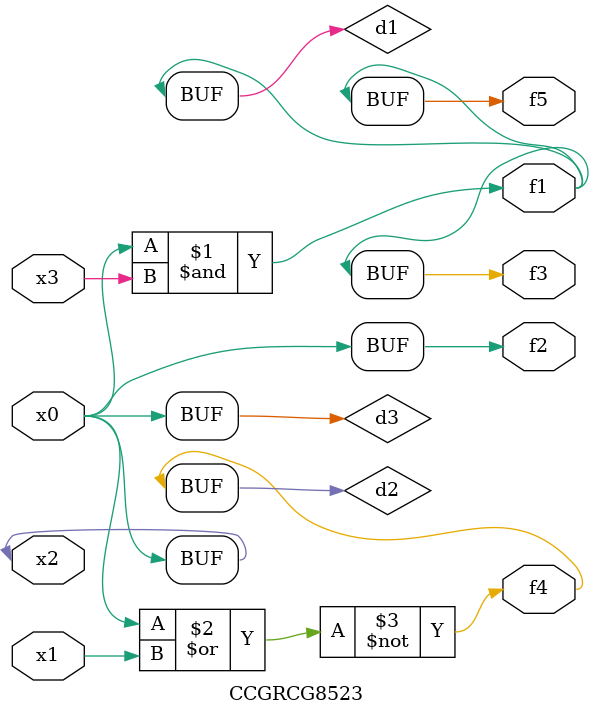
<source format=v>
module CCGRCG8523(
	input x0, x1, x2, x3,
	output f1, f2, f3, f4, f5
);

	wire d1, d2, d3;

	and (d1, x2, x3);
	nor (d2, x0, x1);
	buf (d3, x0, x2);
	assign f1 = d1;
	assign f2 = d3;
	assign f3 = d1;
	assign f4 = d2;
	assign f5 = d1;
endmodule

</source>
